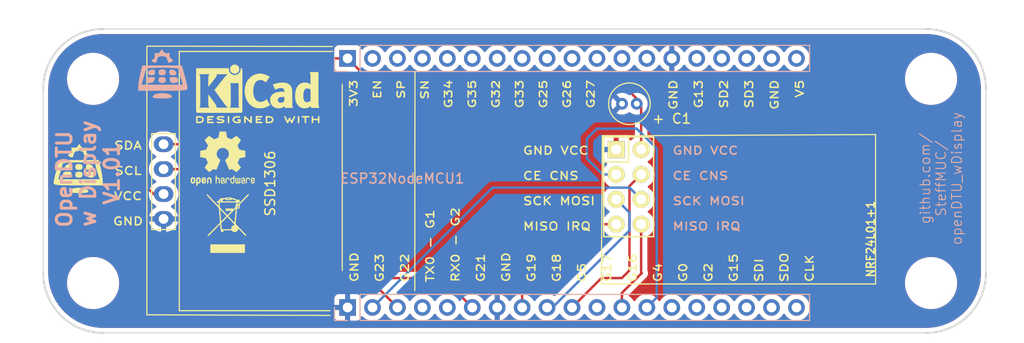
<source format=kicad_pcb>
(kicad_pcb (version 20211014) (generator pcbnew)
  (layers (0 "F.Cu" signal) (31 "B.Cu" signal) (34 "B.Paste" user) (35 "F.Paste" user) (36 "B.SilkS" user "B.Silkscreen") (37 "F.SilkS" user "F.Silkscreen") (38 "B.Mask" user) (39 "F.Mask" user) (44 "Edge.Cuts" user))
  (property "OpenDTUVer" "")
  (net 0 "")
  (net 1 "PWR3x3")
  (net 2 "GND")
  (net 26 "CE")
  (net 27 "IRQ")
  (net 29 "~{CSN}")
  (net 30 "SCK")
  (net 31 "MISO")
  (net 32 "SDA")
  (net 35 "SCL")
  (net 36 "MOSI")
  (footprint "special:NRF24L01" (layer "F.Cu") (at 146.7485 80.359 90)
    (fp_text reference "NRF24L01+1" (at -10.668 27.432 90) (layer "F.SilkS") (effects (font (size 0.8 0.8) (thickness 0.16))))
    (fp_text value "NRF24L01+PA+LNA_Breakout" hide)
    (pad "1" thru_hole rect (at -1.524 1.524 90) (size 1.7272 1.7272) (drill 1.016) (layers *.Cu *.Mask "F.SilkS") (net 2 "GND"))
    (pad "2" thru_hole oval (at -1.524 4.064 90) (size 1.7272 1.7272) (drill 1.016) (layers *.Cu *.Mask "F.SilkS") (net 1 "PWR3x3"))
    (pad "3" thru_hole oval (at -4.064 1.524 90) (size 1.7272 1.7272) (drill 1.016) (layers *.Cu *.Mask "F.SilkS") (net 26 "CE"))
    (pad "4" thru_hole oval (at -4.064 4.064 90) (size 1.7272 1.7272) (drill 1.016) (layers *.Cu *.Mask "F.SilkS") (net 29 "~{CSN}"))
    (pad "5" thru_hole oval (at -6.604 1.524 90) (size 1.7272 1.7272) (drill 1.016) (layers *.Cu *.Mask "F.SilkS") (net 30 "SCK"))
    (pad "6" thru_hole oval (at -6.604 4.064 90) (size 1.7272 1.7272) (drill 1.016) (layers *.Cu *.Mask "F.SilkS") (net 36 "MOSI"))
    (pad "7" thru_hole oval (at -9.144 1.524 90) (size 1.7272 1.7272) (drill 1.016) (layers *.Cu *.Mask "F.SilkS") (net 31 "MISO"))
    (pad "8" thru_hole oval (at -9.144 4.064 90) (size 1.7272 1.7272) (drill 1.016) (layers *.Cu *.Mask "F.SilkS") (net 27 "IRQ"))
  )
  (footprint "Capacitor_THT:C_Radial_D4.0mm_H5.0mm_P1.50mm" (layer "F.Cu") (at 150.368 77.216 180)
    (fp_text reference "+ C1" (at -3.556 -1.524) (layer "F.SilkS"))
    (fp_text value "10uF")
    (pad "1" thru_hole circle (at 0 0 180) (size 1.2 1.2) (drill 0.6) (layers *.Cu *.Mask) (net 1 "PWR3x3"))
    (pad "2" thru_hole circle (at 1.5 0 180) (size 1.2 1.2) (drill 0.6) (layers *.Cu *.Mask) (net 2 "GND"))
  )
  (footprint "MountingHole:MountingHole_4.3mm_M4" (layer "F.Cu") (at 180.34 74.676)
    (fp_text reference "REF**")
    (fp_text value "MountingHole_4.3mm_M4")
    (pad "" np_thru_hole circle (at 0 0) (size 4.3 4.3) (drill 4.3) (layers *.Cu *.Mask))
  )
  (footprint "SSD1306:128x64OLED" (layer "F.Cu") (at 112.776 85.344 90)
    (fp_text reference "SSD1306" (at 0 0.254 90) (layer "F.SilkS"))
    (fp_text value "SSD1306")
    (pad "1" thru_hole oval (at -3.62 -10.6 180) (size 2 1.6) (drill 1) (layers *.Cu *.Mask) (net 2 "GND"))
    (pad "2" thru_hole oval (at -1.08 -10.6 180) (size 2 1.6) (drill 1) (layers *.Cu *.Mask) (net 1 "PWR3x3"))
    (pad "3" thru_hole oval (at 1.46 -10.6 180) (size 2 1.6) (drill 1) (layers *.Cu *.Mask) (net 35 "SCL"))
    (pad "4" thru_hole oval (at 4 -10.6 180) (size 2 1.6) (drill 1) (layers *.Cu *.Mask) (net 32 "SDA"))
  )
  (footprint "OpenDTU_logo_KiCad:OpenDTU" (layer "F.Cu") (at 93.472 83.82)
    (fp_text reference "G***" hide)
    (fp_text value "LOGO" hide)
  )
  (footprint "MountingHole:MountingHole_4.3mm_M4" (layer "F.Cu") (at 94.996 74.676)
    (fp_text reference "REF**")
    (fp_text value "MountingHole_4.3mm_M4")
    (pad "" np_thru_hole circle (at 0 0) (size 4.3 4.3) (drill 4.3) (layers *.Cu *.Mask))
  )
  (footprint "Symbol:WEEE-Logo_4.2x6mm_SilkScreen" (layer "F.Cu") (at 108.712 89.408)
    (fp_text reference "REF**" hide)
    (fp_text value "WEEE-Logo_4.2x6mm_SilkScreen" hide)
  )
  (footprint "MountingHole:MountingHole_4.3mm_M4" (layer "F.Cu") (at 180.34 95.504)
    (fp_text reference "REF**")
    (fp_text value "MountingHole_4.3mm_M4")
    (pad "" np_thru_hole circle (at 0 0) (size 4.3 4.3) (drill 4.3) (layers *.Cu *.Mask))
  )
  (footprint "Symbol:OSHW-Logo2_7.3x6mm_SilkScreen" (layer "F.Cu") (at 108.204 82.804)
    (fp_text reference "REF**" hide)
    (fp_text value "OSHW-Logo2_7.3x6mm_SilkScreen" hide)
  )
  (footprint "MountingHole:MountingHole_4.3mm_M4" (layer "F.Cu") (at 94.996 95.504)
    (fp_text reference "REF**")
    (fp_text value "MountingHole_4.3mm_M4")
    (pad "" np_thru_hole circle (at 0 0) (size 4.3 4.3) (drill 4.3) (layers *.Cu *.Mask))
  )
  (footprint "Symbol:KiCad-Logo2_5mm_SilkScreen" (layer "F.Cu") (at 111.76 76.2)
    (fp_text reference "REF**" hide)
    (fp_text value "KiCad-Logo2_5mm_SilkScreen" hide)
  )
  (footprint "ESP32-NodeMCU_WROOM_32:ESP32-NodeMCU_WROOM_32" (layer "B.Cu") (at 120.914 72.5915 -90)
    (fp_text reference "ESP32NodeMCU1" (at 12.2445 -5.578 180) (layer "B.SilkS"))
    (fp_text value "ESP32NodeMCU")
    (pad "1" thru_hole rect (at 0 0 270) (size 1.7 1.7) (drill 1) (layers *.Cu *.Mask) (net 1 "PWR3x3"))
    (pad "2" thru_hole oval (at 0 -2.54 270) (size 1.7 1.7) (drill 1) (layers *.Cu *.Mask))
    (pad "3" thru_hole oval (at 0 -5.08 270) (size 1.7 1.7) (drill 1) (layers *.Cu *.Mask))
    (pad "4" thru_hole oval (at 0 -7.62 270) (size 1.7 1.7) (drill 1) (layers *.Cu *.Mask))
    (pad "5" thru_hole oval (at 0 -10.16 270) (size 1.7 1.7) (drill 1) (layers *.Cu *.Mask))
    (pad "6" thru_hole oval (at 0 -12.7 270) (size 1.7 1.7) (drill 1) (layers *.Cu *.Mask))
    (pad "7" thru_hole oval (at 0 -15.24 270) (size 1.7 1.7) (drill 1) (layers *.Cu *.Mask))
    (pad "8" thru_hole oval (at 0 -17.78 270) (size 1.7 1.7) (drill 1) (layers *.Cu *.Mask))
    (pad "9" thru_hole oval (at 0 -20.32 270) (size 1.7 1.7) (drill 1) (layers *.Cu *.Mask))
    (pad "10" thru_hole oval (at 0 -22.86 270) (size 1.7 1.7) (drill 1) (layers *.Cu *.Mask))
    (pad "11" thru_hole oval (at 0 -25.4 270) (size 1.7 1.7) (drill 1) (layers *.Cu *.Mask))
    (pad "12" thru_hole oval (at 0 -27.94 270) (size 1.7 1.7) (drill 1) (layers *.Cu *.Mask))
    (pad "13" thru_hole oval (at 0 -30.48 270) (size 1.7 1.7) (drill 1) (layers *.Cu *.Mask))
    (pad "14" thru_hole oval (at 0 -33.02 270) (size 1.7 1.7) (drill 1) (layers *.Cu *.Mask) (net 2 "GND"))
    (pad "15" thru_hole oval (at 0 -35.56 270) (size 1.7 1.7) (drill 1) (layers *.Cu *.Mask))
    (pad "16" thru_hole oval (at 0 -38.1 270) (size 1.7 1.7) (drill 1) (layers *.Cu *.Mask))
    (pad "17" thru_hole oval (at 0 -40.64 270) (size 1.7 1.7) (drill 1) (layers *.Cu *.Mask))
    (pad "18" thru_hole oval (at 0 -43.18 270) (size 1.7 1.7) (drill 1) (layers *.Cu *.Mask))
    (pad "19" thru_hole oval (at 0 -45.72 270) (size 1.7 1.7) (drill 1) (layers *.Cu *.Mask))
    (pad "20" thru_hole oval (at 25.4 -45.72 270) (size 1.7 1.7) (drill 1) (layers *.Cu *.Mask))
    (pad "21" thru_hole oval (at 25.4 -43.18 270) (size 1.7 1.7) (drill 1) (layers *.Cu *.Mask))
    (pad "22" thru_hole oval (at 25.4 -40.64 270) (size 1.7 1.7) (drill 1) (layers *.Cu *.Mask))
    (pad "23" thru_hole oval (at 25.4 -38.1 270) (size 1.7 1.7) (drill 1) (layers *.Cu *.Mask))
    (pad "24" thru_hole oval (at 25.4 -35.56 270) (size 1.7 1.7) (drill 1) (layers *.Cu *.Mask))
    (pad "25" thru_hole oval (at 25.4 -33.02 270) (size 1.7 1.7) (drill 1) (layers *.Cu *.Mask))
    (pad "26" thru_hole oval (at 25.4 -30.48 270) (size 1.7 1.7) (drill 1) (layers *.Cu *.Mask) (net 26 "CE"))
    (pad "27" thru_hole oval (at 25.4 -27.94 270) (size 1.7 1.7) (drill 1) (layers *.Cu *.Mask) (net 27 "IRQ"))
    (pad "28" thru_hole oval (at 25.4 -25.4 270) (size 1.7 1.7) (drill 1) (layers *.Cu *.Mask))
    (pad "29" thru_hole oval (at 25.4 -22.86 270) (size 1.7 1.7) (drill 1) (layers *.Cu *.Mask) (net 29 "~{CSN}"))
    (pad "30" thru_hole oval (at 25.4 -20.32 270) (size 1.7 1.7) (drill 1) (layers *.Cu *.Mask) (net 30 "SCK"))
    (pad "31" thru_hole oval (at 25.4 -17.78 270) (size 1.7 1.7) (drill 1) (layers *.Cu *.Mask) (net 31 "MISO"))
    (pad "32" thru_hole oval (at 25.4 -15.24 270) (size 1.7 1.7) (drill 1) (layers *.Cu *.Mask) (net 2 "GND"))
    (pad "33" thru_hole oval (at 25.4 -12.7 270) (size 1.7 1.7) (drill 1) (layers *.Cu *.Mask) (net 32 "SDA"))
    (pad "34" thru_hole oval (at 25.4 -10.16 270) (size 1.7 1.7) (drill 1) (layers *.Cu *.Mask))
    (pad "35" thru_hole oval (at 25.4 -7.62 270) (size 1.7 1.7) (drill 1) (layers *.Cu *.Mask))
    (pad "36" thru_hole oval (at 25.4 -5.08 270) (size 1.7 1.7) (drill 1) (layers *.Cu *.Mask) (net 35 "SCL"))
    (pad "37" thru_hole oval (at 25.4 -2.54 270) (size 1.7 1.7) (drill 1) (layers *.Cu *.Mask) (net 36 "MOSI"))
    (pad "38" thru_hole rect (at 25.4 0 270) (size 1.7 1.7) (drill 1) (layers *.Cu *.Mask) (net 2 "GND"))
  )
  (footprint "OpenDTU_logo_KiCad:OpenDTU" (layer "B.Cu") (at 102.108 74.168 180)
    (fp_text reference "G***" hide)
    (fp_text value "LOGO" hide)
  )
  (gr_line (start 96.012 69.596) (end 179.832 69.596) (layer "Edge.Cuts") (width 0.1))
  (gr_arc (start 89.916 75.692) (mid 91.701477 71.381477) (end 96.012 69.596) (layer "Edge.Cuts") (width 0.2))
  (gr_line (start 89.916 75.692) (end 89.916 94.488) (layer "Edge.Cuts") (width 0.1))
  (gr_arc (start 185.928 94.488) (mid 184.142523 98.798523) (end 179.832 100.584) (layer "Edge.Cuts") (width 0.2))
  (gr_line (start 179.832 100.584) (end 96.012 100.584) (layer "Edge.Cuts") (width 0.1))
  (gr_line (start 185.928 75.692) (end 185.928 94.488) (layer "Edge.Cuts") (width 0.1))
  (gr_arc (start 96.012 100.584) (mid 91.701477 98.798523) (end 89.916 94.488) (layer "Edge.Cuts") (width 0.2))
  (gr_arc (start 179.832 69.596) (mid 184.142523 71.381477) (end 185.928 75.692) (layer "Edge.Cuts") (width 0.2))
  (gr_text "OpenDTU \nw Display\nV1.01" (at 94.488 84.328 90) (layer "B.SilkS") (effects (font (size 1.5 1.5) (thickness 0.3))))
  (gr_text "GND VCC\n\nCE CNS\n\nSCK MOSI\n\nMISO IRQ" (at 153.924 85.852) (layer "B.SilkS") (effects (font (size 0.8 1)) (justify left)))
  (gr_text "github.com/\nSteffMUC/\nopenDTU_wDisplay" (at 181.356 84.836 90) (layer "B.SilkS") (effects (font (size 1 1) (thickness 0.1))))
  (gr_text "3V3\n\nEN\n\nSP\n\nSN\n\nG34\n\nG35\n\nG32\n\nG33\n\nG25\n\nG26\n\nG27" (at 133.604 74.676 90) (layer "F.SilkS") (effects (font (size 0.75 1)) (justify right)))
  (gr_text "GND\n\nG23\n\nG22\n\nTX0 - G1\n\nRX0 - G2\n\nG21\n\nGND\n\nG19\n\nG18\n\nG5\n\nG17\n\nG16\n\nG4\n\nG0\n\nG2\n\nG15\n\nSDI\n\nSDO\n\nCLK" (at 144.78 95.504 90) (layer "F.SilkS") (effects (font (size 0.8 1)) (justify left)))
  (gr_text "GND VCC\n\nCE CNS\n\nSCK MOSI\n\nMISO IRQ" (at 138.684 85.852) (layer "F.SilkS") (effects (font (size 0.8 1)) (justify left)))
  (gr_text "SDA\n\nSCL\n\nVCC\n\nGND" (at 98.552 85.344) (layer "F.SilkS") (effects (font (size 0.8 1))))
  (gr_text "GND\n\nG13\n\nSD2\n\nSD3\n\nGND\n\nV5" (at 160.528 74.676 90) (layer "F.SilkS") (effects (font (size 0.8 1)) (justify right)))
  (segment (start 123.5065 75.184) (end 148.844 75.184) (width 0.25) (layer "F.Cu") (net 1))
  (segment (start 101.156 86.424) (end 102.176 86.424) (width 0.25) (layer "F.Cu") (net 1))
  (segment (start 99.568 84.836) (end 101.156 86.424) (width 0.25) (layer "F.Cu") (net 1))
  (segment (start 148.844 75.184) (end 150.8125 77.1525) (width 0.25) (layer "F.Cu") (net 1))
  (segment (start 120.914 72.5915) (end 104.7005 72.5915) (width 0.25) (layer "F.Cu") (net 1))
  (segment (start 104.7005 72.5915) (end 99.568 77.724) (width 0.25) (layer "F.Cu") (net 1))
  (segment (start 120.914 72.5915) (end 123.5065 75.184) (width 0.25) (layer "F.Cu") (net 1))
  (segment (start 150.8125 77.1525) (end 150.8125 81.883) (width 0.25) (layer "F.Cu") (net 1))
  (segment (start 99.568 77.724) (end 99.568 84.836) (width 0.25) (layer "F.Cu") (net 1))
  (segment (start 146.304 79.756) (end 150.366435 79.756) (width 0.25) (layer "B.Cu") (net 26))
  (segment (start 145.288 80.772) (end 146.304 79.756) (width 0.25) (layer "B.Cu") (net 26))
  (segment (start 152.4 96.9855) (end 151.394 97.9915) (width 0.25) (layer "B.Cu") (net 26))
  (segment (start 150.366435 79.756) (end 152.4 81.789565) (width 0.25) (layer "B.Cu") (net 26))
  (segment (start 145.288 82.804) (end 145.288 80.772) (width 0.25) (layer "B.Cu") (net 26))
  (segment (start 146.907 84.423) (end 145.288 82.804) (width 0.25) (layer "B.Cu") (net 26))
  (segment (start 152.4 81.789565) (end 152.4 96.9855) (width 0.25) (layer "B.Cu") (net 26))
  (segment (start 148.2725 84.423) (end 146.907 84.423) (width 0.25) (layer "B.Cu") (net 26))
  (segment (start 148.854 97.9915) (end 148.854 96.51) (width 0.25) (layer "F.Cu") (net 27))
  (segment (start 150.8125 94.4245) (end 150.8125 89.503) (width 0.25) (layer "F.Cu") (net 27))
  (segment (start 148.854 96.51) (end 150.876 94.488) (width 0.25) (layer "F.Cu") (net 27))
  (segment (start 150.876 94.488) (end 150.8125 94.4245) (width 0.25) (layer "F.Cu") (net 27))
  (segment (start 149.6239 85.6116) (end 150.8125 84.423) (width 0.25) (layer "F.Cu") (net 29))
  (segment (start 149.6239 94.2161) (end 149.6239 85.6116) (width 0.25) (layer "F.Cu") (net 29))
  (segment (start 146.7695 94.996) (end 148.844 94.996) (width 0.25) (layer "F.Cu") (net 29))
  (segment (start 148.844 94.996) (end 149.6239 94.2161) (width 0.25) (layer "F.Cu") (net 29))
  (segment (start 143.774 97.9915) (end 146.7695 94.996) (width 0.25) (layer "F.Cu") (net 29))
  (segment (start 149.6239 90.152099) (end 149.6239 88.3144) (width 0.25) (layer "B.Cu") (net 30))
  (segment (start 141.234 97.9915) (end 141.784499 97.9915) (width 0.25) (layer "B.Cu") (net 30))
  (segment (start 141.784499 97.9915) (end 149.6239 90.152099) (width 0.25) (layer "B.Cu") (net 30))
  (segment (start 149.6239 88.3144) (end 148.2725 86.963) (width 0.25) (layer "B.Cu") (net 30))
  (segment (start 138.694 91.43) (end 140.621 89.503) (width 0.25) (layer "F.Cu") (net 31))
  (segment (start 140.621 89.503) (end 148.2725 89.503) (width 0.25) (layer "F.Cu") (net 31))
  (segment (start 138.694 97.9915) (end 138.694 91.43) (width 0.25) (layer "F.Cu") (net 31))
  (segment (start 102.176 81.344) (end 105.22 81.344) (width 0.25) (layer "F.Cu") (net 32))
  (segment (start 118.872 94.996) (end 130.6185 94.996) (width 0.25) (layer "F.Cu") (net 32))
  (segment (start 130.6185 94.996) (end 133.614 97.9915) (width 0.25) (layer "F.Cu") (net 32))
  (segment (start 105.22 81.344) (end 118.872 94.996) (width 0.25) (layer "F.Cu") (net 32))
  (segment (start 117.348 96.012) (end 124.0145 96.012) (width 0.25) (layer "F.Cu") (net 35))
  (segment (start 105.22 83.884) (end 117.348 96.012) (width 0.25) (layer "F.Cu") (net 35))
  (segment (start 124.0145 96.012) (end 125.994 97.9915) (width 0.25) (layer "F.Cu") (net 35))
  (segment (start 102.176 83.884) (end 105.22 83.884) (width 0.25) (layer "F.Cu") (net 35))
  (segment (start 149.6239 85.7744) (end 150.8125 86.963) (width 0.25) (layer "B.Cu") (net 36))
  (segment (start 135.6711 85.7744) (end 149.6239 85.7744) (width 0.25) (layer "B.Cu") (net 36))
  (segment (start 123.454 97.9915) (end 135.6711 85.7744) (width 0.25) (layer "B.Cu") (net 36))
  (zone (net 2) (net_name "GND") (layer "F.Cu") (connect_pads (clearance 0.508)) (min_thickness 0.254) (fill yes (thermal_gap 0.508) (thermal_bridge_width 0.508))
    (polygon (pts (xy 185.928 100.584) (xy 89.916 100.584) (xy 89.916 69.596) (xy 185.928 69.596)))
  )
  (zone (net 2) (net_name "GND") (layer "B.Cu") (connect_pads (clearance 0.508)) (min_thickness 0.254) (fill yes (thermal_gap 0.508) (thermal_bridge_width 0.508))
    (polygon (pts (xy 185.928 100.584) (xy 89.916 100.584) (xy 89.916 69.596) (xy 185.928 69.596)))
  )
)
</source>
